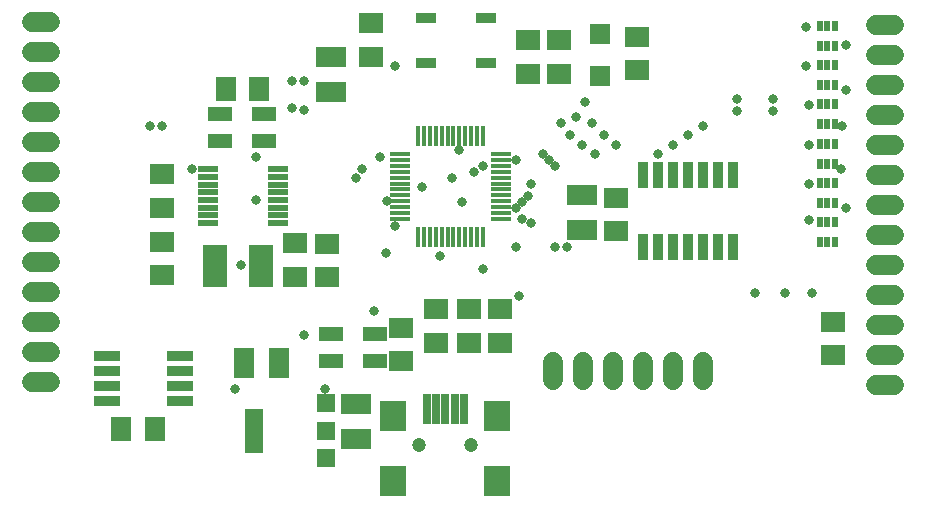
<source format=gts>
G75*
G70*
%OFA0B0*%
%FSLAX24Y24*%
%IPPOS*%
%LPD*%
%AMOC8*
5,1,8,0,0,1.08239X$1,22.5*
%
%ADD10R,0.0671X0.0178*%
%ADD11R,0.0178X0.0671*%
%ADD12R,0.0867X0.1025*%
%ADD13R,0.0277X0.0989*%
%ADD14C,0.0474*%
%ADD15R,0.0790X0.0710*%
%ADD16R,0.1025X0.0710*%
%ADD17R,0.0710X0.0237*%
%ADD18R,0.0592X0.0592*%
%ADD19R,0.0592X0.1497*%
%ADD20R,0.0789X0.0710*%
%ADD21R,0.0710X0.1025*%
%ADD22R,0.0671X0.0671*%
%ADD23R,0.0680X0.0380*%
%ADD24R,0.0828X0.1419*%
%ADD25R,0.0828X0.0513*%
%ADD26R,0.0710X0.0789*%
%ADD27R,0.0880X0.0340*%
%ADD28R,0.0237X0.0356*%
%ADD29C,0.0680*%
%ADD30R,0.0340X0.0880*%
%ADD31C,0.0319*%
D10*
X014450Y009886D03*
X014450Y010083D03*
X014450Y010280D03*
X014450Y010477D03*
X014450Y010674D03*
X014450Y010871D03*
X014450Y011067D03*
X014450Y011264D03*
X014450Y011461D03*
X014450Y011658D03*
X014450Y011855D03*
X014450Y012052D03*
X017836Y012052D03*
X017836Y011855D03*
X017836Y011658D03*
X017836Y011461D03*
X017836Y011264D03*
X017836Y011067D03*
X017836Y010871D03*
X017836Y010674D03*
X017836Y010477D03*
X017836Y010280D03*
X017836Y010083D03*
X017836Y009886D03*
D11*
X017226Y009276D03*
X017029Y009276D03*
X016832Y009276D03*
X016635Y009276D03*
X016438Y009276D03*
X016241Y009276D03*
X016044Y009276D03*
X015848Y009276D03*
X015651Y009276D03*
X015454Y009276D03*
X015257Y009276D03*
X015060Y009276D03*
X015060Y012662D03*
X015257Y012662D03*
X015454Y012662D03*
X015651Y012662D03*
X015848Y012662D03*
X016044Y012662D03*
X016241Y012662D03*
X016438Y012662D03*
X016635Y012662D03*
X016832Y012662D03*
X017029Y012662D03*
X017226Y012662D03*
D12*
X017706Y003332D03*
X017706Y001167D03*
X014241Y001167D03*
X014241Y003332D03*
D13*
X015344Y003554D03*
X015659Y003554D03*
X015974Y003554D03*
X016289Y003554D03*
X016603Y003554D03*
D14*
X016840Y002348D03*
X015107Y002348D03*
D15*
X015656Y005764D03*
X016743Y005767D03*
X017797Y005765D03*
X017797Y006885D03*
X016743Y006887D03*
X015656Y006883D03*
X010948Y007955D03*
X010948Y009074D03*
X006527Y010264D03*
X006527Y011384D03*
X013484Y015287D03*
X013484Y016407D03*
X019759Y015854D03*
X019759Y014734D03*
D16*
X020526Y010695D03*
X020526Y009514D03*
X012159Y014104D03*
X012159Y015285D03*
X012977Y003726D03*
X012977Y002545D03*
D17*
X010377Y009746D03*
X010377Y010002D03*
X010377Y010258D03*
X010377Y010514D03*
X010377Y010770D03*
X010377Y011026D03*
X010377Y011282D03*
X010377Y011538D03*
X008055Y011538D03*
X008055Y011282D03*
X008055Y011026D03*
X008055Y010770D03*
X008055Y010514D03*
X008055Y010258D03*
X008055Y010002D03*
X008055Y009746D03*
D18*
X012008Y003736D03*
X012008Y002830D03*
X012008Y001925D03*
D19*
X009606Y002830D03*
D20*
X014493Y005163D03*
X014493Y006266D03*
X012039Y007949D03*
X012039Y009052D03*
X006516Y009107D03*
X006516Y008005D03*
X018737Y014734D03*
X018737Y015836D03*
X022355Y015941D03*
X022355Y014839D03*
X021649Y010600D03*
X021649Y009497D03*
X028906Y006467D03*
X028906Y005365D03*
D21*
X010438Y005082D03*
X009257Y005082D03*
D22*
X021138Y014660D03*
X021138Y016038D03*
D23*
X017312Y016571D03*
X015312Y016571D03*
X015312Y015071D03*
X017312Y015071D03*
D24*
X009837Y008334D03*
X008301Y008334D03*
D25*
X012152Y006067D03*
X012152Y005161D03*
X013609Y005161D03*
X013609Y006067D03*
X009930Y012482D03*
X008473Y012482D03*
X008473Y013388D03*
X009930Y013388D03*
D26*
X005174Y002893D03*
X006276Y002893D03*
X008653Y014211D03*
X009756Y014211D03*
D27*
X007128Y005316D03*
X007128Y004816D03*
X007128Y004316D03*
X007128Y003816D03*
X004708Y003816D03*
X004708Y004316D03*
X004708Y004816D03*
X004708Y005316D03*
D28*
X028448Y009109D03*
X028704Y009109D03*
X028960Y009109D03*
X028960Y009778D03*
X028704Y009778D03*
X028448Y009778D03*
X028448Y010419D03*
X028704Y010419D03*
X028960Y010419D03*
X028960Y011089D03*
X028704Y011089D03*
X028448Y011089D03*
X028448Y011730D03*
X028704Y011730D03*
X028960Y011730D03*
X028960Y012399D03*
X028704Y012399D03*
X028448Y012399D03*
X028448Y013040D03*
X028704Y013040D03*
X028960Y013040D03*
X028960Y013709D03*
X028704Y013709D03*
X028448Y013709D03*
X028448Y014350D03*
X028704Y014350D03*
X028960Y014350D03*
X028960Y015019D03*
X028704Y015019D03*
X028448Y015019D03*
X028448Y015660D03*
X028704Y015660D03*
X028960Y015660D03*
X028960Y016330D03*
X028704Y016330D03*
X028448Y016330D03*
D29*
X030319Y016351D02*
X030919Y016351D01*
X030919Y015351D02*
X030319Y015351D01*
X030319Y014351D02*
X030919Y014351D01*
X030919Y013351D02*
X030319Y013351D01*
X030319Y012351D02*
X030919Y012351D01*
X030919Y011351D02*
X030319Y011351D01*
X030319Y010351D02*
X030919Y010351D01*
X030919Y009351D02*
X030319Y009351D01*
X030319Y008351D02*
X030919Y008351D01*
X030919Y007351D02*
X030319Y007351D01*
X030319Y006351D02*
X030919Y006351D01*
X030919Y005351D02*
X030319Y005351D01*
X030319Y004351D02*
X030919Y004351D01*
X024552Y004508D02*
X024552Y005108D01*
X023552Y005108D02*
X023552Y004508D01*
X022552Y004508D02*
X022552Y005108D01*
X021552Y005108D02*
X021552Y004508D01*
X020552Y004508D02*
X020552Y005108D01*
X019552Y005108D02*
X019552Y004508D01*
X002800Y004452D02*
X002200Y004452D01*
X002200Y005452D02*
X002800Y005452D01*
X002800Y006452D02*
X002200Y006452D01*
X002200Y007452D02*
X002800Y007452D01*
X002800Y008452D02*
X002200Y008452D01*
X002200Y009452D02*
X002800Y009452D01*
X002800Y010452D02*
X002200Y010452D01*
X002200Y011452D02*
X002800Y011452D01*
X002800Y012452D02*
X002200Y012452D01*
X002200Y013452D02*
X002800Y013452D01*
X002800Y014452D02*
X002200Y014452D01*
X002200Y015452D02*
X002800Y015452D01*
X002800Y016452D02*
X002200Y016452D01*
D30*
X022568Y011359D03*
X023068Y011359D03*
X023568Y011359D03*
X024068Y011359D03*
X024568Y011359D03*
X025068Y011359D03*
X025568Y011359D03*
X025568Y008939D03*
X025068Y008939D03*
X024568Y008939D03*
X024068Y008939D03*
X023568Y008939D03*
X023068Y008939D03*
X022568Y008939D03*
D31*
X020037Y008940D03*
X019633Y008940D03*
X018827Y009746D03*
X018537Y009884D03*
X018323Y010250D03*
X018525Y010452D03*
X018726Y010653D03*
X018827Y011056D03*
X019633Y011661D03*
X019432Y011863D03*
X019230Y012064D03*
X018323Y011863D03*
X017214Y011661D03*
X016912Y011460D03*
X016207Y011258D03*
X015199Y010956D03*
X014014Y010477D03*
X012981Y011258D03*
X013183Y011560D03*
X013788Y011963D03*
X016421Y012199D03*
X016509Y010452D03*
X014292Y009645D03*
X013989Y008738D03*
X015803Y008637D03*
X017227Y008234D03*
X018323Y008940D03*
X018424Y007327D03*
X013586Y006823D03*
X011268Y006017D03*
X011974Y004203D03*
X008950Y004203D03*
X009151Y008335D03*
X009655Y010502D03*
X007539Y011560D03*
X009655Y011963D03*
X010865Y013576D03*
X011268Y013524D03*
X011268Y014483D03*
X010865Y014483D03*
X014292Y014987D03*
X019835Y013072D03*
X020339Y013274D03*
X020843Y013072D03*
X021246Y012669D03*
X021649Y012367D03*
X020944Y012064D03*
X020540Y012367D03*
X020137Y012669D03*
X020641Y013778D03*
X023060Y012064D03*
X023564Y012367D03*
X024068Y012669D03*
X024572Y012971D03*
X025681Y013475D03*
X025681Y013878D03*
X026890Y013878D03*
X026890Y013475D03*
X028100Y013677D03*
X029309Y014181D03*
X027999Y014987D03*
X029309Y015693D03*
X027999Y016297D03*
X029208Y012971D03*
X028100Y012367D03*
X029173Y011561D03*
X028100Y011056D03*
X029309Y010250D03*
X028100Y009847D03*
X028200Y007428D03*
X027293Y007428D03*
X026285Y007428D03*
X006531Y012971D03*
X006128Y012971D03*
M02*

</source>
